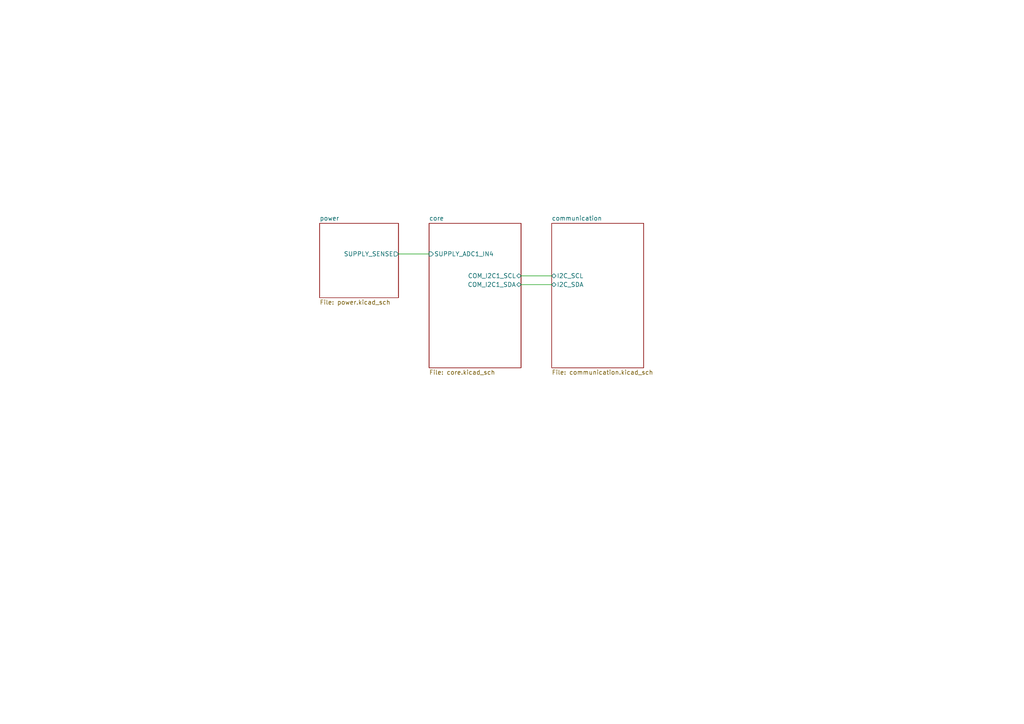
<source format=kicad_sch>
(kicad_sch (version 20211123) (generator eeschema)
  (paper "A4")
  (lib_symbols)
  (wire (pts (xy 151.13 82.55) (xy 160.02 82.55)))
  (wire (pts (xy 151.13 80.01) (xy 160.02 80.01)))
  (wire (pts (xy 115.57 73.66) (xy 124.46 73.66)))
  (sheet (at 160.02 64.77) (size 26.67 41.91) (stroke (width 0.1524))
    (property "Sheet name" "communication" (at 160.02 64.0584 0) (effects (justify left bottom)))
    (property "Sheet file" "communication.kicad_sch" (at 160.02 107.2646 0) (effects (justify left top)))
    (pin "I2C_SCL" bidirectional (at 160.02 80.01 180))
    (pin "I2C_SDA" bidirectional (at 160.02 82.55 180))
  )
  (sheet (at 124.46 64.77) (size 26.67 41.91) (stroke (width 0.1524))
    (property "Sheet name" "core" (at 124.46 64.0584 0) (effects (justify left bottom)))
    (property "Sheet file" "core.kicad_sch" (at 124.46 107.2646 0) (effects (justify left top)))
    (pin "COM_I2C1_SCL" bidirectional (at 151.13 80.01 0))
    (pin "COM_I2C1_SDA" bidirectional (at 151.13 82.55 0))
    (pin "SUPPLY_ADC1_IN4" input (at 124.46 73.66 180))
  )
  (sheet (at 92.71 64.77) (size 22.86 21.59) (stroke (width 0.1524))
    (property "Sheet name" "power" (at 92.71 64.0584 0) (effects (justify left bottom)))
    (property "Sheet file" "power.kicad_sch" (at 92.71 86.9446 0) (effects (justify left top)))
    (pin "SUPPLY_SENSE" output (at 115.57 73.66 0))
  )
)
</source>
